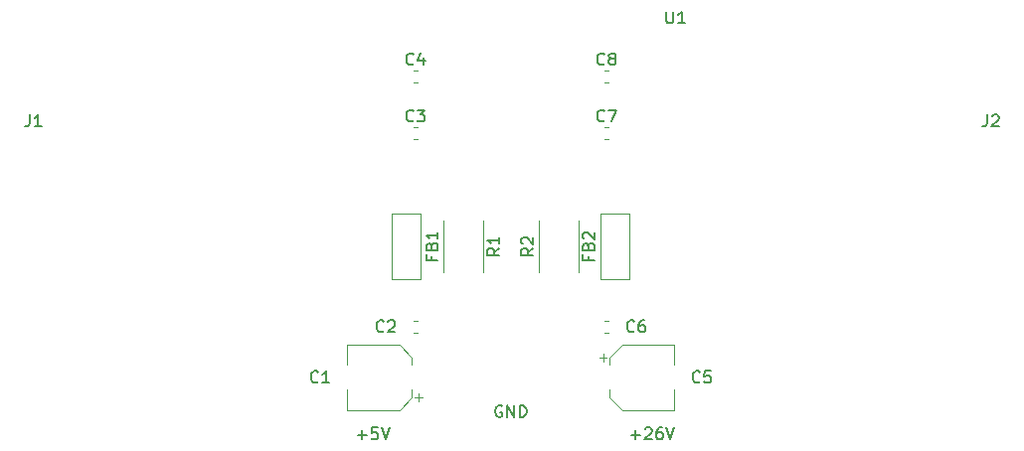
<source format=gto>
%TF.GenerationSoftware,KiCad,Pcbnew,(5.99.0-8090-ga1d7a959f7)*%
%TF.CreationDate,2021-01-05T15:40:31+00:00*%
%TF.ProjectId,BGYAmp,42475941-6d70-42e6-9b69-6361645f7063,rev?*%
%TF.SameCoordinates,Original*%
%TF.FileFunction,Legend,Top*%
%TF.FilePolarity,Positive*%
%FSLAX46Y46*%
G04 Gerber Fmt 4.6, Leading zero omitted, Abs format (unit mm)*
G04 Created by KiCad (PCBNEW (5.99.0-8090-ga1d7a959f7)) date 2021-01-05 15:40:31*
%MOMM*%
%LPD*%
G01*
G04 APERTURE LIST*
%ADD10C,0.150000*%
%ADD11C,0.120000*%
G04 APERTURE END LIST*
D10*
X144195895Y-165793800D02*
X144100657Y-165746180D01*
X143957800Y-165746180D01*
X143814942Y-165793800D01*
X143719704Y-165889038D01*
X143672085Y-165984276D01*
X143624466Y-166174752D01*
X143624466Y-166317609D01*
X143672085Y-166508085D01*
X143719704Y-166603323D01*
X143814942Y-166698561D01*
X143957800Y-166746180D01*
X144053038Y-166746180D01*
X144195895Y-166698561D01*
X144243514Y-166650942D01*
X144243514Y-166317609D01*
X144053038Y-166317609D01*
X144672085Y-166746180D02*
X144672085Y-165746180D01*
X145243514Y-166746180D01*
X145243514Y-165746180D01*
X145719704Y-166746180D02*
X145719704Y-165746180D01*
X145957800Y-165746180D01*
X146100657Y-165793800D01*
X146195895Y-165889038D01*
X146243514Y-165984276D01*
X146291133Y-166174752D01*
X146291133Y-166317609D01*
X146243514Y-166508085D01*
X146195895Y-166603323D01*
X146100657Y-166698561D01*
X145957800Y-166746180D01*
X145719704Y-166746180D01*
X131890776Y-168270228D02*
X132652680Y-168270228D01*
X132271728Y-168651180D02*
X132271728Y-167889276D01*
X133605061Y-167651180D02*
X133128871Y-167651180D01*
X133081252Y-168127371D01*
X133128871Y-168079752D01*
X133224109Y-168032133D01*
X133462204Y-168032133D01*
X133557442Y-168079752D01*
X133605061Y-168127371D01*
X133652680Y-168222609D01*
X133652680Y-168460704D01*
X133605061Y-168555942D01*
X133557442Y-168603561D01*
X133462204Y-168651180D01*
X133224109Y-168651180D01*
X133128871Y-168603561D01*
X133081252Y-168555942D01*
X133938395Y-167651180D02*
X134271728Y-168651180D01*
X134605061Y-167651180D01*
X155199395Y-168270228D02*
X155961300Y-168270228D01*
X155580347Y-168651180D02*
X155580347Y-167889276D01*
X156389871Y-167746419D02*
X156437490Y-167698800D01*
X156532728Y-167651180D01*
X156770823Y-167651180D01*
X156866061Y-167698800D01*
X156913680Y-167746419D01*
X156961300Y-167841657D01*
X156961300Y-167936895D01*
X156913680Y-168079752D01*
X156342252Y-168651180D01*
X156961300Y-168651180D01*
X157818442Y-167651180D02*
X157627966Y-167651180D01*
X157532728Y-167698800D01*
X157485109Y-167746419D01*
X157389871Y-167889276D01*
X157342252Y-168079752D01*
X157342252Y-168460704D01*
X157389871Y-168555942D01*
X157437490Y-168603561D01*
X157532728Y-168651180D01*
X157723204Y-168651180D01*
X157818442Y-168603561D01*
X157866061Y-168555942D01*
X157913680Y-168460704D01*
X157913680Y-168222609D01*
X157866061Y-168127371D01*
X157818442Y-168079752D01*
X157723204Y-168032133D01*
X157532728Y-168032133D01*
X157437490Y-168079752D01*
X157389871Y-168127371D01*
X157342252Y-168222609D01*
X158199395Y-167651180D02*
X158532728Y-168651180D01*
X158866061Y-167651180D01*
%TO.C,C1*%
X128535133Y-163729942D02*
X128487514Y-163777561D01*
X128344657Y-163825180D01*
X128249419Y-163825180D01*
X128106561Y-163777561D01*
X128011323Y-163682323D01*
X127963704Y-163587085D01*
X127916085Y-163396609D01*
X127916085Y-163253752D01*
X127963704Y-163063276D01*
X128011323Y-162968038D01*
X128106561Y-162872800D01*
X128249419Y-162825180D01*
X128344657Y-162825180D01*
X128487514Y-162872800D01*
X128535133Y-162920419D01*
X129487514Y-163825180D02*
X128916085Y-163825180D01*
X129201800Y-163825180D02*
X129201800Y-162825180D01*
X129106561Y-162968038D01*
X129011323Y-163063276D01*
X128916085Y-163110895D01*
%TO.C,C2*%
X134123133Y-159411942D02*
X134075514Y-159459561D01*
X133932657Y-159507180D01*
X133837419Y-159507180D01*
X133694561Y-159459561D01*
X133599323Y-159364323D01*
X133551704Y-159269085D01*
X133504085Y-159078609D01*
X133504085Y-158935752D01*
X133551704Y-158745276D01*
X133599323Y-158650038D01*
X133694561Y-158554800D01*
X133837419Y-158507180D01*
X133932657Y-158507180D01*
X134075514Y-158554800D01*
X134123133Y-158602419D01*
X134504085Y-158602419D02*
X134551704Y-158554800D01*
X134646942Y-158507180D01*
X134885038Y-158507180D01*
X134980276Y-158554800D01*
X135027895Y-158602419D01*
X135075514Y-158697657D01*
X135075514Y-158792895D01*
X135027895Y-158935752D01*
X134456466Y-159507180D01*
X135075514Y-159507180D01*
%TO.C,C3*%
X136663133Y-141471942D02*
X136615514Y-141519561D01*
X136472657Y-141567180D01*
X136377419Y-141567180D01*
X136234561Y-141519561D01*
X136139323Y-141424323D01*
X136091704Y-141329085D01*
X136044085Y-141138609D01*
X136044085Y-140995752D01*
X136091704Y-140805276D01*
X136139323Y-140710038D01*
X136234561Y-140614800D01*
X136377419Y-140567180D01*
X136472657Y-140567180D01*
X136615514Y-140614800D01*
X136663133Y-140662419D01*
X136996466Y-140567180D02*
X137615514Y-140567180D01*
X137282180Y-140948133D01*
X137425038Y-140948133D01*
X137520276Y-140995752D01*
X137567895Y-141043371D01*
X137615514Y-141138609D01*
X137615514Y-141376704D01*
X137567895Y-141471942D01*
X137520276Y-141519561D01*
X137425038Y-141567180D01*
X137139323Y-141567180D01*
X137044085Y-141519561D01*
X136996466Y-141471942D01*
%TO.C,C4*%
X136663133Y-136645942D02*
X136615514Y-136693561D01*
X136472657Y-136741180D01*
X136377419Y-136741180D01*
X136234561Y-136693561D01*
X136139323Y-136598323D01*
X136091704Y-136503085D01*
X136044085Y-136312609D01*
X136044085Y-136169752D01*
X136091704Y-135979276D01*
X136139323Y-135884038D01*
X136234561Y-135788800D01*
X136377419Y-135741180D01*
X136472657Y-135741180D01*
X136615514Y-135788800D01*
X136663133Y-135836419D01*
X137520276Y-136074514D02*
X137520276Y-136741180D01*
X137282180Y-135693561D02*
X137044085Y-136407847D01*
X137663133Y-136407847D01*
%TO.C,C5*%
X161047133Y-163729942D02*
X160999514Y-163777561D01*
X160856657Y-163825180D01*
X160761419Y-163825180D01*
X160618561Y-163777561D01*
X160523323Y-163682323D01*
X160475704Y-163587085D01*
X160428085Y-163396609D01*
X160428085Y-163253752D01*
X160475704Y-163063276D01*
X160523323Y-162968038D01*
X160618561Y-162872800D01*
X160761419Y-162825180D01*
X160856657Y-162825180D01*
X160999514Y-162872800D01*
X161047133Y-162920419D01*
X161951895Y-162825180D02*
X161475704Y-162825180D01*
X161428085Y-163301371D01*
X161475704Y-163253752D01*
X161570942Y-163206133D01*
X161809038Y-163206133D01*
X161904276Y-163253752D01*
X161951895Y-163301371D01*
X161999514Y-163396609D01*
X161999514Y-163634704D01*
X161951895Y-163729942D01*
X161904276Y-163777561D01*
X161809038Y-163825180D01*
X161570942Y-163825180D01*
X161475704Y-163777561D01*
X161428085Y-163729942D01*
%TO.C,C6*%
X155459133Y-159411942D02*
X155411514Y-159459561D01*
X155268657Y-159507180D01*
X155173419Y-159507180D01*
X155030561Y-159459561D01*
X154935323Y-159364323D01*
X154887704Y-159269085D01*
X154840085Y-159078609D01*
X154840085Y-158935752D01*
X154887704Y-158745276D01*
X154935323Y-158650038D01*
X155030561Y-158554800D01*
X155173419Y-158507180D01*
X155268657Y-158507180D01*
X155411514Y-158554800D01*
X155459133Y-158602419D01*
X156316276Y-158507180D02*
X156125800Y-158507180D01*
X156030561Y-158554800D01*
X155982942Y-158602419D01*
X155887704Y-158745276D01*
X155840085Y-158935752D01*
X155840085Y-159316704D01*
X155887704Y-159411942D01*
X155935323Y-159459561D01*
X156030561Y-159507180D01*
X156221038Y-159507180D01*
X156316276Y-159459561D01*
X156363895Y-159411942D01*
X156411514Y-159316704D01*
X156411514Y-159078609D01*
X156363895Y-158983371D01*
X156316276Y-158935752D01*
X156221038Y-158888133D01*
X156030561Y-158888133D01*
X155935323Y-158935752D01*
X155887704Y-158983371D01*
X155840085Y-159078609D01*
%TO.C,C7*%
X152919133Y-141471942D02*
X152871514Y-141519561D01*
X152728657Y-141567180D01*
X152633419Y-141567180D01*
X152490561Y-141519561D01*
X152395323Y-141424323D01*
X152347704Y-141329085D01*
X152300085Y-141138609D01*
X152300085Y-140995752D01*
X152347704Y-140805276D01*
X152395323Y-140710038D01*
X152490561Y-140614800D01*
X152633419Y-140567180D01*
X152728657Y-140567180D01*
X152871514Y-140614800D01*
X152919133Y-140662419D01*
X153252466Y-140567180D02*
X153919133Y-140567180D01*
X153490561Y-141567180D01*
%TO.C,C8*%
X152919133Y-136645942D02*
X152871514Y-136693561D01*
X152728657Y-136741180D01*
X152633419Y-136741180D01*
X152490561Y-136693561D01*
X152395323Y-136598323D01*
X152347704Y-136503085D01*
X152300085Y-136312609D01*
X152300085Y-136169752D01*
X152347704Y-135979276D01*
X152395323Y-135884038D01*
X152490561Y-135788800D01*
X152633419Y-135741180D01*
X152728657Y-135741180D01*
X152871514Y-135788800D01*
X152919133Y-135836419D01*
X153490561Y-136169752D02*
X153395323Y-136122133D01*
X153347704Y-136074514D01*
X153300085Y-135979276D01*
X153300085Y-135931657D01*
X153347704Y-135836419D01*
X153395323Y-135788800D01*
X153490561Y-135741180D01*
X153681038Y-135741180D01*
X153776276Y-135788800D01*
X153823895Y-135836419D01*
X153871514Y-135931657D01*
X153871514Y-135979276D01*
X153823895Y-136074514D01*
X153776276Y-136122133D01*
X153681038Y-136169752D01*
X153490561Y-136169752D01*
X153395323Y-136217371D01*
X153347704Y-136264990D01*
X153300085Y-136360228D01*
X153300085Y-136550704D01*
X153347704Y-136645942D01*
X153395323Y-136693561D01*
X153490561Y-136741180D01*
X153681038Y-136741180D01*
X153776276Y-136693561D01*
X153823895Y-136645942D01*
X153871514Y-136550704D01*
X153871514Y-136360228D01*
X153823895Y-136264990D01*
X153776276Y-136217371D01*
X153681038Y-136169752D01*
%TO.C,FB1*%
X138216371Y-153030133D02*
X138216371Y-153363466D01*
X138740180Y-153363466D02*
X137740180Y-153363466D01*
X137740180Y-152887276D01*
X138216371Y-152172990D02*
X138263990Y-152030133D01*
X138311609Y-151982514D01*
X138406847Y-151934895D01*
X138549704Y-151934895D01*
X138644942Y-151982514D01*
X138692561Y-152030133D01*
X138740180Y-152125371D01*
X138740180Y-152506323D01*
X137740180Y-152506323D01*
X137740180Y-152172990D01*
X137787800Y-152077752D01*
X137835419Y-152030133D01*
X137930657Y-151982514D01*
X138025895Y-151982514D01*
X138121133Y-152030133D01*
X138168752Y-152077752D01*
X138216371Y-152172990D01*
X138216371Y-152506323D01*
X138740180Y-150982514D02*
X138740180Y-151553942D01*
X138740180Y-151268228D02*
X137740180Y-151268228D01*
X137883038Y-151363466D01*
X137978276Y-151458704D01*
X138025895Y-151553942D01*
%TO.C,FB2*%
X151556371Y-153030133D02*
X151556371Y-153363466D01*
X152080180Y-153363466D02*
X151080180Y-153363466D01*
X151080180Y-152887276D01*
X151556371Y-152172990D02*
X151603990Y-152030133D01*
X151651609Y-151982514D01*
X151746847Y-151934895D01*
X151889704Y-151934895D01*
X151984942Y-151982514D01*
X152032561Y-152030133D01*
X152080180Y-152125371D01*
X152080180Y-152506323D01*
X151080180Y-152506323D01*
X151080180Y-152172990D01*
X151127800Y-152077752D01*
X151175419Y-152030133D01*
X151270657Y-151982514D01*
X151365895Y-151982514D01*
X151461133Y-152030133D01*
X151508752Y-152077752D01*
X151556371Y-152172990D01*
X151556371Y-152506323D01*
X151175419Y-151553942D02*
X151127800Y-151506323D01*
X151080180Y-151411085D01*
X151080180Y-151172990D01*
X151127800Y-151077752D01*
X151175419Y-151030133D01*
X151270657Y-150982514D01*
X151365895Y-150982514D01*
X151508752Y-151030133D01*
X152080180Y-151601561D01*
X152080180Y-150982514D01*
%TO.C,J1*%
X103984466Y-140981180D02*
X103984466Y-141695466D01*
X103936847Y-141838323D01*
X103841609Y-141933561D01*
X103698752Y-141981180D01*
X103603514Y-141981180D01*
X104984466Y-141981180D02*
X104413038Y-141981180D01*
X104698752Y-141981180D02*
X104698752Y-140981180D01*
X104603514Y-141124038D01*
X104508276Y-141219276D01*
X104413038Y-141266895D01*
%TO.C,J2*%
X185518466Y-140981180D02*
X185518466Y-141695466D01*
X185470847Y-141838323D01*
X185375609Y-141933561D01*
X185232752Y-141981180D01*
X185137514Y-141981180D01*
X185947038Y-141076419D02*
X185994657Y-141028800D01*
X186089895Y-140981180D01*
X186327990Y-140981180D01*
X186423228Y-141028800D01*
X186470847Y-141076419D01*
X186518466Y-141171657D01*
X186518466Y-141266895D01*
X186470847Y-141409752D01*
X185899419Y-141981180D01*
X186518466Y-141981180D01*
%TO.C,R1*%
X143966180Y-152363466D02*
X143489990Y-152696800D01*
X143966180Y-152934895D02*
X142966180Y-152934895D01*
X142966180Y-152553942D01*
X143013800Y-152458704D01*
X143061419Y-152411085D01*
X143156657Y-152363466D01*
X143299514Y-152363466D01*
X143394752Y-152411085D01*
X143442371Y-152458704D01*
X143489990Y-152553942D01*
X143489990Y-152934895D01*
X143966180Y-151411085D02*
X143966180Y-151982514D01*
X143966180Y-151696800D02*
X142966180Y-151696800D01*
X143109038Y-151792038D01*
X143204276Y-151887276D01*
X143251895Y-151982514D01*
%TO.C,R2*%
X146854180Y-152363466D02*
X146377990Y-152696800D01*
X146854180Y-152934895D02*
X145854180Y-152934895D01*
X145854180Y-152553942D01*
X145901800Y-152458704D01*
X145949419Y-152411085D01*
X146044657Y-152363466D01*
X146187514Y-152363466D01*
X146282752Y-152411085D01*
X146330371Y-152458704D01*
X146377990Y-152553942D01*
X146377990Y-152934895D01*
X145949419Y-151982514D02*
X145901800Y-151934895D01*
X145854180Y-151839657D01*
X145854180Y-151601561D01*
X145901800Y-151506323D01*
X145949419Y-151458704D01*
X146044657Y-151411085D01*
X146139895Y-151411085D01*
X146282752Y-151458704D01*
X146854180Y-152030133D01*
X146854180Y-151411085D01*
%TO.C,U1*%
X158208095Y-132192380D02*
X158208095Y-133001904D01*
X158255714Y-133097142D01*
X158303333Y-133144761D01*
X158398571Y-133192380D01*
X158589047Y-133192380D01*
X158684285Y-133144761D01*
X158731904Y-133097142D01*
X158779523Y-133001904D01*
X158779523Y-132192380D01*
X159779523Y-133192380D02*
X159208095Y-133192380D01*
X159493809Y-133192380D02*
X159493809Y-132192380D01*
X159398571Y-132335238D01*
X159303333Y-132430476D01*
X159208095Y-132478095D01*
D11*
%TO.C,C1*%
X137406800Y-165057800D02*
X136781800Y-165057800D01*
X136541800Y-165068363D02*
X136541800Y-164432800D01*
X135477363Y-166132800D02*
X131021800Y-166132800D01*
X137094300Y-165370300D02*
X137094300Y-164745300D01*
X136541800Y-165068363D02*
X135477363Y-166132800D01*
X131021800Y-166132800D02*
X131021800Y-164432800D01*
X136541800Y-161677237D02*
X136541800Y-162312800D01*
X136541800Y-161677237D02*
X135477363Y-160612800D01*
X135477363Y-160612800D02*
X131021800Y-160612800D01*
X131021800Y-160612800D02*
X131021800Y-162312800D01*
%TO.C,C2*%
X136689220Y-158544800D02*
X136970380Y-158544800D01*
X136689220Y-159564800D02*
X136970380Y-159564800D01*
%TO.C,C3*%
X136689220Y-142034800D02*
X136970380Y-142034800D01*
X136689220Y-143054800D02*
X136970380Y-143054800D01*
%TO.C,C4*%
X136689220Y-138228800D02*
X136970380Y-138228800D01*
X136689220Y-137208800D02*
X136970380Y-137208800D01*
%TO.C,C5*%
X153373800Y-165068363D02*
X153373800Y-164432800D01*
X154438237Y-166132800D02*
X158893800Y-166132800D01*
X154438237Y-160612800D02*
X158893800Y-160612800D01*
X158893800Y-160612800D02*
X158893800Y-162312800D01*
X152508800Y-161687800D02*
X153133800Y-161687800D01*
X158893800Y-166132800D02*
X158893800Y-164432800D01*
X153373800Y-161677237D02*
X153373800Y-162312800D01*
X153373800Y-161677237D02*
X154438237Y-160612800D01*
X153373800Y-165068363D02*
X154438237Y-166132800D01*
X152821300Y-161375300D02*
X152821300Y-162000300D01*
%TO.C,C6*%
X152945220Y-159564800D02*
X153226380Y-159564800D01*
X152945220Y-158544800D02*
X153226380Y-158544800D01*
%TO.C,C7*%
X152945220Y-143054800D02*
X153226380Y-143054800D01*
X152945220Y-142034800D02*
X153226380Y-142034800D01*
%TO.C,C8*%
X152945220Y-137208800D02*
X153226380Y-137208800D01*
X152945220Y-138228800D02*
X153226380Y-138228800D01*
%TO.C,FB1*%
X137287800Y-149426800D02*
X134847800Y-149426800D01*
X134847800Y-149426800D02*
X134847800Y-154966800D01*
X134847800Y-154966800D02*
X137287800Y-154966800D01*
X137287800Y-154966800D02*
X137287800Y-149426800D01*
%TO.C,FB2*%
X155067800Y-149426800D02*
X152627800Y-149426800D01*
X152627800Y-154966800D02*
X155067800Y-154966800D01*
X152627800Y-149426800D02*
X152627800Y-154966800D01*
X155067800Y-154966800D02*
X155067800Y-149426800D01*
%TO.C,R1*%
X139183800Y-150019736D02*
X139183800Y-154373864D01*
X142603800Y-150019736D02*
X142603800Y-154373864D01*
%TO.C,R2*%
X150731800Y-154373864D02*
X150731800Y-150019736D01*
X147311800Y-154373864D02*
X147311800Y-150019736D01*
%TD*%
M02*

</source>
